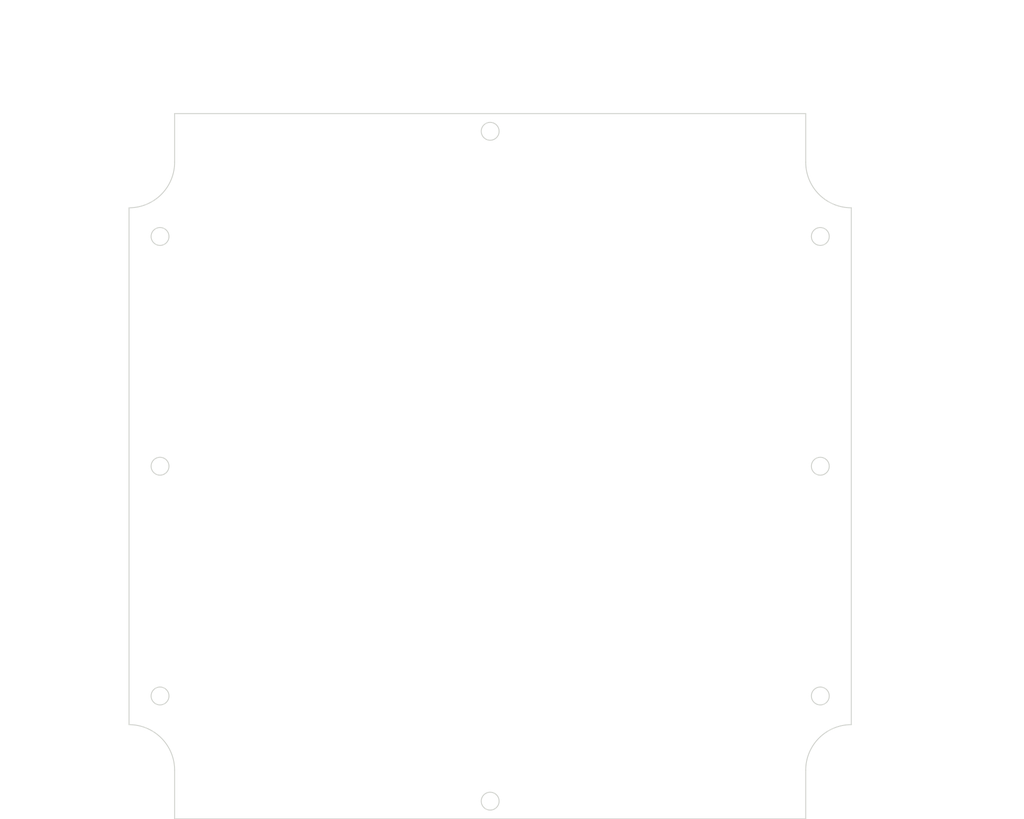
<source format=kicad_pcb>
(kicad_pcb (version 20171130) (host pcbnew "(5.1.0)-1")

  (general
    (thickness 1.6)
    (drawings 94)
    (tracks 0)
    (zones 0)
    (modules 0)
    (nets 1)
  )

  (page A3)
  (layers
    (0 F.Cu signal)
    (31 B.Cu signal)
    (32 B.Adhes user)
    (33 F.Adhes user)
    (34 B.Paste user)
    (35 F.Paste user)
    (36 B.SilkS user)
    (37 F.SilkS user)
    (38 B.Mask user)
    (39 F.Mask user)
    (40 Dwgs.User user)
    (41 Cmts.User user)
    (42 Eco1.User user)
    (43 Eco2.User user)
    (44 Edge.Cuts user)
    (45 Margin user)
    (46 B.CrtYd user)
    (47 F.CrtYd user)
    (48 B.Fab user)
    (49 F.Fab user)
  )

  (setup
    (last_trace_width 0.25)
    (trace_clearance 0.2)
    (zone_clearance 0.508)
    (zone_45_only no)
    (trace_min 0.2)
    (via_size 0.8)
    (via_drill 0.4)
    (via_min_size 0.4)
    (via_min_drill 0.3)
    (uvia_size 0.3)
    (uvia_drill 0.1)
    (uvias_allowed no)
    (uvia_min_size 0.2)
    (uvia_min_drill 0.1)
    (edge_width 0.05)
    (segment_width 0.2)
    (pcb_text_width 0.3)
    (pcb_text_size 1.5 1.5)
    (mod_edge_width 0.12)
    (mod_text_size 1 1)
    (mod_text_width 0.15)
    (pad_size 1.524 1.524)
    (pad_drill 0.762)
    (pad_to_mask_clearance 0.051)
    (solder_mask_min_width 0.25)
    (aux_axis_origin 0 0)
    (visible_elements FFFFFF7F)
    (pcbplotparams
      (layerselection 0x010fc_ffffffff)
      (usegerberextensions false)
      (usegerberattributes false)
      (usegerberadvancedattributes false)
      (creategerberjobfile false)
      (excludeedgelayer true)
      (linewidth 0.152400)
      (plotframeref false)
      (viasonmask false)
      (mode 1)
      (useauxorigin false)
      (hpglpennumber 1)
      (hpglpenspeed 20)
      (hpglpendiameter 15.000000)
      (psnegative false)
      (psa4output false)
      (plotreference true)
      (plotvalue true)
      (plotinvisibletext false)
      (padsonsilk false)
      (subtractmaskfromsilk false)
      (outputformat 1)
      (mirror false)
      (drillshape 1)
      (scaleselection 1)
      (outputdirectory ""))
  )

  (net 0 "")

  (net_class Default "This is the default net class."
    (clearance 0.2)
    (trace_width 0.25)
    (via_dia 0.8)
    (via_drill 0.4)
    (uvia_dia 0.3)
    (uvia_drill 0.1)
  )

  (gr_line (start 141.493074 86.134044) (end 141.493074 75.974044) (layer Edge.Cuts) (width 0.2))
  (gr_arc (start 131.968074 86.134044) (end 131.968074 95.659044) (angle -90) (layer Edge.Cuts) (width 0.2))
  (gr_line (start 131.968074 203.685244) (end 131.968074 95.659044) (layer Edge.Cuts) (width 0.2))
  (gr_arc (start 131.968074 213.210244) (end 141.493074 213.210244) (angle -90) (layer Edge.Cuts) (width 0.2))
  (gr_line (start 141.493074 223.370244) (end 141.493074 213.210244) (layer Edge.Cuts) (width 0.2))
  (gr_line (start 273.395274 223.370244) (end 141.493074 223.370244) (layer Edge.Cuts) (width 0.2))
  (gr_line (start 273.395274 213.210244) (end 273.395274 223.370244) (layer Edge.Cuts) (width 0.2))
  (gr_arc (start 282.920274 213.210244) (end 282.920274 203.685244) (angle -90) (layer Edge.Cuts) (width 0.2))
  (gr_line (start 282.920274 95.659044) (end 282.920274 203.685244) (layer Edge.Cuts) (width 0.2))
  (gr_arc (start 282.920274 86.134044) (end 273.395274 86.134044) (angle -90) (layer Edge.Cuts) (width 0.2))
  (gr_line (start 273.395274 75.974044) (end 273.395274 86.134044) (layer Edge.Cuts) (width 0.2))
  (gr_line (start 141.493074 75.974044) (end 273.395274 75.974044) (layer Edge.Cuts) (width 0.2))
  (gr_circle (center 207.444174 79.672144) (end 209.311074 79.672144) (layer Edge.Cuts) (width 0.2))
  (gr_circle (center 138.444174 149.672144) (end 140.311074 149.672144) (layer Edge.Cuts) (width 0.2))
  (gr_circle (center 276.444174 149.672144) (end 278.311074 149.672144) (layer Edge.Cuts) (width 0.2))
  (gr_circle (center 207.444174 219.672144) (end 209.311074 219.672144) (layer Edge.Cuts) (width 0.2))
  (gr_circle (center 138.444174 101.653444) (end 140.311074 101.653444) (layer Edge.Cuts) (width 0.2))
  (gr_circle (center 138.444174 197.690844) (end 140.311074 197.690844) (layer Edge.Cuts) (width 0.2))
  (gr_circle (center 276.444174 101.653444) (end 278.311074 101.653444) (layer Edge.Cuts) (width 0.2))
  (gr_circle (center 276.444174 197.690844) (end 278.311074 197.690844) (layer Edge.Cuts) (width 0.2))
  (gr_line (start 276.444174 149.762144) (end 276.444174 149.582144) (layer Dwgs.User) (width 0.2))
  (gr_line (start 276.354174 149.672144) (end 276.534174 149.672144) (layer Dwgs.User) (width 0.2))
  (gr_text "8 X ∅3.73[∅0.15]" (at 306.07 157.824269) (layer Dwgs.User)
    (effects (font (size 2 1.8) (thickness 0.25)))
  )
  (gr_line (start 290.234178 157.824269) (end 279.772923 151.639973) (layer Dwgs.User) (width 0.2))
  (gr_line (start 293.141929 157.824269) (end 290.234178 157.824269) (layer Dwgs.User) (width 0.2))
  (gr_text [.15] (at 216.378034 90.356607) (layer Dwgs.User)
    (effects (font (size 2 1.8) (thickness 0.25)))
  )
  (gr_text " 3.70" (at 216.378034 86.45306) (layer Dwgs.User)
    (effects (font (size 2 1.8) (thickness 0.25)))
  )
  (gr_line (start 222.21828 88.274888) (end 220.21828 88.274888) (layer Dwgs.User) (width 0.2))
  (gr_line (start 222.21828 81.672144) (end 222.21828 88.274888) (layer Dwgs.User) (width 0.2))
  (gr_line (start 222.21828 73.974044) (end 222.21828 71.974044) (layer Dwgs.User) (width 0.2))
  (gr_line (start 208.444174 79.672144) (end 225.39328 79.672144) (layer Dwgs.User) (width 0.2))
  (gr_text [2.13] (at 126.217174 124.747313) (layer Dwgs.User)
    (effects (font (size 2 1.8) (thickness 0.25)))
  )
  (gr_text " 54.01" (at 126.217174 120.844448) (layer Dwgs.User)
    (effects (font (size 2 1.8) (thickness 0.25)))
  )
  (gr_line (start 126.217174 147.672144) (end 126.217174 126.568459) (layer Dwgs.User) (width 0.2))
  (gr_line (start 126.217174 97.659044) (end 126.217174 118.762729) (layer Dwgs.User) (width 0.2))
  (gr_line (start 137.444174 149.672144) (end 123.042174 149.672144) (layer Dwgs.User) (width 0.2))
  (gr_line (start 130.968074 95.659044) (end 123.042174 95.659044) (layer Dwgs.User) (width 0.2))
  (gr_text [3.78] (at 198.259016 151.753863) (layer Dwgs.User)
    (effects (font (size 2 1.8) (thickness 0.25)))
  )
  (gr_text " 96.04" (at 198.259016 147.850998) (layer Dwgs.User)
    (effects (font (size 2 1.8) (thickness 0.25)))
  )
  (gr_line (start 198.259016 195.690844) (end 198.259016 153.575009) (layer Dwgs.User) (width 0.2))
  (gr_line (start 198.259016 103.653444) (end 198.259016 145.769279) (layer Dwgs.User) (width 0.2))
  (gr_line (start 139.444174 197.690844) (end 201.434016 197.690844) (layer Dwgs.User) (width 0.2))
  (gr_line (start 139.444174 101.653444) (end 201.434016 101.653444) (layer Dwgs.User) (width 0.2))
  (gr_text [.25] (at 144.921156 146.35079) (layer Dwgs.User)
    (effects (font (size 2 1.8) (thickness 0.25)))
  )
  (gr_text " 6.48" (at 144.921156 142.447925) (layer Dwgs.User)
    (effects (font (size 2 1.8) (thickness 0.25)))
  )
  (gr_line (start 138.444174 144.269071) (end 141.075454 144.269071) (layer Dwgs.User) (width 0.2))
  (gr_line (start 133.968074 144.269071) (end 136.444174 144.269071) (layer Dwgs.User) (width 0.2))
  (gr_line (start 138.444174 148.672144) (end 138.444174 141.094071) (layer Dwgs.User) (width 0.2))
  (gr_text [5.43] (at 215.083708 63.735163) (layer Dwgs.User)
    (effects (font (size 2 1.8) (thickness 0.25)))
  )
  (gr_text " 138.00" (at 215.083708 59.831616) (layer Dwgs.User)
    (effects (font (size 2 1.8) (thickness 0.25)))
  )
  (gr_line (start 274.444174 61.653444) (end 220.477842 61.653444) (layer Dwgs.User) (width 0.2))
  (gr_line (start 140.444174 61.653444) (end 209.689574 61.653444) (layer Dwgs.User) (width 0.2))
  (gr_line (start 276.444174 100.653444) (end 276.444174 58.478444) (layer Dwgs.User) (width 0.2))
  (gr_line (start 138.444174 100.653444) (end 138.444174 58.478444) (layer Dwgs.User) (width 0.2))
  (gr_text [R0.38] (at 155.441426 209.002335) (layer Dwgs.User)
    (effects (font (size 2 1.8) (thickness 0.25)))
  )
  (gr_text " R9.53" (at 155.441426 205.098788) (layer Dwgs.User)
    (effects (font (size 2 1.8) (thickness 0.25)))
  )
  (gr_line (start 148.322872 206.920616) (end 142.725032 209.073399) (layer Dwgs.User) (width 0.2))
  (gr_line (start 150.322872 206.920616) (end 148.322872 206.920616) (layer Dwgs.User) (width 0.2))
  (gr_text [5.94] (at 201.514898 57.740763) (layer Dwgs.User)
    (effects (font (size 2 1.8) (thickness 0.25)))
  )
  (gr_text " 150.95" (at 201.514898 53.837898) (layer Dwgs.User)
    (effects (font (size 2 1.8) (thickness 0.25)))
  )
  (gr_line (start 280.920274 55.659044) (end 206.919946 55.659044) (layer Dwgs.User) (width 0.2))
  (gr_line (start 133.968074 55.659044) (end 196.10985 55.659044) (layer Dwgs.User) (width 0.2))
  (gr_line (start 282.920274 94.659044) (end 282.920274 52.484044) (layer Dwgs.User) (width 0.2))
  (gr_line (start 131.968074 94.659044) (end 131.968074 52.484044) (layer Dwgs.User) (width 0.2))
  (gr_text [.37] (at 121.900315 70.595749) (layer Dwgs.User)
    (effects (font (size 2 1.8) (thickness 0.25)))
  )
  (gr_text " 9.53" (at 121.900315 66.692202) (layer Dwgs.User)
    (effects (font (size 2 1.8) (thickness 0.25)))
  )
  (gr_line (start 131.968074 68.51403) (end 125.743971 68.51403) (layer Dwgs.User) (width 0.2))
  (gr_line (start 139.493074 68.51403) (end 133.968074 68.51403) (layer Dwgs.User) (width 0.2))
  (gr_line (start 131.968074 94.659044) (end 131.968074 65.33903) (layer Dwgs.User) (width 0.2))
  (gr_line (start 141.493074 74.974044) (end 141.493074 65.33903) (layer Dwgs.User) (width 0.2))
  (gr_text [5.19] (at 201.024459 70.595749) (layer Dwgs.User)
    (effects (font (size 2 1.8) (thickness 0.25)))
  )
  (gr_text " 131.90" (at 201.024459 66.692202) (layer Dwgs.User)
    (effects (font (size 2 1.8) (thickness 0.25)))
  )
  (gr_line (start 271.395274 68.51403) (end 206.418593 68.51403) (layer Dwgs.User) (width 0.2))
  (gr_line (start 143.493074 68.51403) (end 195.630326 68.51403) (layer Dwgs.User) (width 0.2))
  (gr_line (start 273.395274 74.974044) (end 273.395274 65.33903) (layer Dwgs.User) (width 0.2))
  (gr_line (start 141.493074 74.974044) (end 141.493074 65.33903) (layer Dwgs.User) (width 0.2))
  (gr_text [5.80] (at 110.591119 151.753863) (layer Dwgs.User)
    (effects (font (size 2 1.8) (thickness 0.25)))
  )
  (gr_text " 147.40" (at 110.591119 147.850998) (layer Dwgs.User)
    (effects (font (size 2 1.8) (thickness 0.25)))
  )
  (gr_line (start 110.591119 221.370244) (end 110.591119 153.575009) (layer Dwgs.User) (width 0.2))
  (gr_line (start 110.591119 77.974044) (end 110.591119 145.769279) (layer Dwgs.User) (width 0.2))
  (gr_line (start 140.493074 223.370244) (end 107.416119 223.370244) (layer Dwgs.User) (width 0.2))
  (gr_line (start 140.493074 75.974044) (end 107.416119 75.974044) (layer Dwgs.User) (width 0.2))
  (gr_text [.77] (at 118.143712 85.951287) (layer Dwgs.User)
    (effects (font (size 2 1.8) (thickness 0.25)))
  )
  (gr_text " 19.69" (at 118.143712 82.052515) (layer Dwgs.User)
    (effects (font (size 2 1.8) (thickness 0.25)))
  )
  (gr_line (start 118.143712 77.974044) (end 118.143712 79.974888) (layer Dwgs.User) (width 0.2))
  (gr_line (start 118.143712 93.659044) (end 118.143712 87.772433) (layer Dwgs.User) (width 0.2))
  (gr_line (start 140.493074 75.974044) (end 114.968712 75.974044) (layer Dwgs.User) (width 0.2))
  (gr_line (start 130.968074 95.659044) (end 114.968712 95.659044) (layer Dwgs.User) (width 0.2))
  (gr_text [5.03] (at 118.664581 165.791018) (layer Dwgs.User)
    (effects (font (size 2 1.8) (thickness 0.25)))
  )
  (gr_text " 127.71" (at 118.664581 161.905207) (layer Dwgs.User)
    (effects (font (size 2 1.8) (thickness 0.25)))
  )
  (gr_line (start 118.664581 97.659044) (end 118.664581 159.823488) (layer Dwgs.User) (width 0.2))
  (gr_line (start 118.664581 221.370244) (end 118.664581 167.595111) (layer Dwgs.User) (width 0.2))
  (gr_line (start 130.968074 95.659044) (end 115.489581 95.659044) (layer Dwgs.User) (width 0.2))
  (gr_line (start 140.493074 223.370244) (end 115.489581 223.370244) (layer Dwgs.User) (width 0.2))

)

</source>
